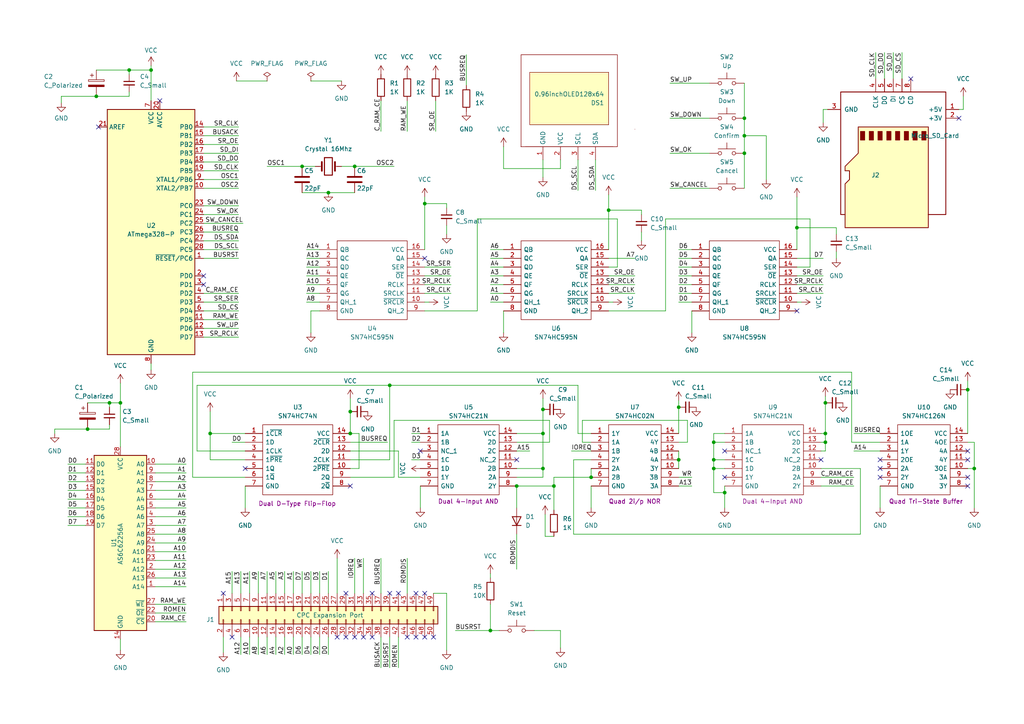
<source format=kicad_sch>
(kicad_sch (version 20211123) (generator eeschema)
  (paper "A4")
  (title_block (title "CPC6128 ROM Board") (rev "1") (company "Yet Another Pebble"))
  (junction (at 210.185 142.875))
  (junction (at 215.9 44.45))
  (junction (at 27.94 27.94))
  (junction (at 160.655 140.97))
  (junction (at 157.48 118.745))
  (junction (at 239.395 128.27))
  (junction (at 102.87 48.26))
  (junction (at 60.96 125.73))
  (junction (at 176.53 60.96))
  (junction (at 142.24 182.88))
  (junction (at 34.925 116.84))
  (junction (at 157.48 125.73))
  (junction (at 113.03 111.76))
  (junction (at 207.01 128.27))
  (junction (at 171.45 138.43))
  (junction (at 149.86 140.97))
  (junction (at 207.01 133.35))
  (junction (at 25.4 124.46))
  (junction (at 231.14 66.04))
  (junction (at 101.6 119.38))
  (junction (at 239.395 116.84))
  (junction (at 215.9 34.29))
  (junction (at 31.75 116.84))
  (junction (at 43.815 20.32))
  (junction (at 157.48 135.89))
  (junction (at 196.85 133.35))
  (junction (at 37.465 20.32))
  (junction (at 280.67 113.03))
  (junction (at 95.25 55.88))
  (junction (at 101.6 125.73))
  (junction (at 239.395 125.73))
  (junction (at 215.9 39.37))
  (junction (at 87.63 48.26))
  (junction (at 282.575 135.89))
  (junction (at 123.19 59.055))
  (junction (at 196.85 118.11))
  (junction (at 207.01 135.89))
  (no_connect (at 67.31 184.785))
  (no_connect (at 121.92 130.81))
  (no_connect (at 118.11 184.785))
  (no_connect (at 120.65 184.785))
  (no_connect (at 123.19 184.785))
  (no_connect (at 125.73 184.785))
  (no_connect (at 107.95 172.085))
  (no_connect (at 107.95 184.785))
  (no_connect (at 105.41 184.785))
  (no_connect (at 102.87 184.785))
  (no_connect (at 100.33 184.785))
  (no_connect (at 100.33 172.085))
  (no_connect (at 113.03 172.085))
  (no_connect (at 115.57 172.085))
  (no_connect (at 120.65 172.085))
  (no_connect (at 123.19 172.085))
  (no_connect (at 264.16 22.86))
  (no_connect (at 231.14 90.17))
  (no_connect (at 149.86 133.35))
  (no_connect (at 28.575 36.83))
  (no_connect (at 46.355 29.21))
  (no_connect (at 210.185 138.43))
  (no_connect (at 210.185 130.81))
  (no_connect (at 255.27 138.43))
  (no_connect (at 238.125 133.35))
  (no_connect (at 255.27 135.89))
  (no_connect (at 255.27 133.35))
  (no_connect (at 280.67 130.81))
  (no_connect (at 280.67 138.43))
  (no_connect (at 280.67 140.97))
  (no_connect (at 280.67 133.35))
  (no_connect (at 71.12 135.89))
  (no_connect (at 101.6 140.97))
  (no_connect (at 123.19 74.93))
  (no_connect (at 59.055 82.55))
  (no_connect (at 64.77 172.085))
  (no_connect (at 278.13 34.29))
  (no_connect (at 59.055 80.01))
  (no_connect (at 97.79 184.785))
  (wire (pts (xy 119.38 125.73) (xy 121.92 125.73)))
  (wire (pts (xy 129.54 172.085) (xy 129.54 188.595)))
  (wire (pts (xy 157.48 135.89) (xy 157.48 125.73)))
  (wire (pts (xy 60.96 119.38) (xy 60.96 125.73)))
  (wire (pts (xy 43.815 19.05) (xy 43.815 20.32)))
  (wire (pts (xy 123.19 87.63) (xy 124.46 87.63)))
  (wire (pts (xy 196.85 77.47) (xy 200.66 77.47)))
  (wire (pts (xy 157.48 125.73) (xy 157.48 118.745)))
  (wire (pts (xy 238.76 82.55) (xy 231.14 82.55)))
  (wire (pts (xy 222.25 39.37) (xy 222.25 52.07)))
  (wire (pts (xy 282.575 135.89) (xy 282.575 147.32)))
  (wire (pts (xy 196.85 133.35) (xy 196.85 135.89)))
  (wire (pts (xy 207.01 133.35) (xy 210.185 133.35)))
  (wire (pts (xy 126.365 29.21) (xy 126.365 38.1)))
  (wire (pts (xy 207.01 133.35) (xy 207.01 135.89)))
  (wire (pts (xy 101.6 128.27) (xy 112.395 128.27)))
  (wire (pts (xy 92.71 90.17) (xy 90.17 90.17)))
  (wire (pts (xy 168.91 128.27) (xy 168.91 121.92)))
  (wire (pts (xy 196.85 118.11) (xy 196.85 125.73)))
  (wire (pts (xy 231.14 57.15) (xy 231.14 66.04)))
  (wire (pts (xy 59.055 97.79) (xy 69.215 97.79)))
  (wire (pts (xy 67.31 172.085) (xy 67.31 165.735)))
  (wire (pts (xy 59.055 36.83) (xy 69.215 36.83)))
  (wire (pts (xy 186.055 62.23) (xy 186.055 60.96)))
  (wire (pts (xy 88.9 77.47) (xy 92.71 77.47)))
  (wire (pts (xy 238.76 80.01) (xy 231.14 80.01)))
  (wire (pts (xy 157.48 46.355) (xy 157.48 51.435)))
  (wire (pts (xy 130.81 82.55) (xy 123.19 82.55)))
  (wire (pts (xy 231.14 87.63) (xy 232.41 87.63)))
  (wire (pts (xy 149.86 140.97) (xy 160.655 140.97)))
  (wire (pts (xy 69.85 189.865) (xy 69.85 184.785)))
  (wire (pts (xy 45.085 160.02) (xy 53.975 160.02)))
  (wire (pts (xy 45.085 165.1) (xy 53.975 165.1)))
  (wire (pts (xy 279.4 27.94) (xy 279.4 31.75)))
  (wire (pts (xy 184.15 85.09) (xy 176.53 85.09)))
  (wire (pts (xy 59.055 39.37) (xy 69.215 39.37)))
  (wire (pts (xy 123.19 57.15) (xy 123.19 59.055)))
  (wire (pts (xy 101.6 119.38) (xy 101.6 125.73)))
  (wire (pts (xy 193.04 90.17) (xy 193.04 63.5)))
  (wire (pts (xy 25.4 116.84) (xy 31.75 116.84)))
  (wire (pts (xy 101.6 138.43) (xy 114.3 138.43)))
  (wire (pts (xy 249.555 154.94) (xy 249.555 135.89)))
  (wire (pts (xy 71.12 138.43) (xy 55.88 138.43)))
  (wire (pts (xy 37.465 20.32) (xy 43.815 20.32)))
  (wire (pts (xy 90.17 90.17) (xy 90.17 96.52)))
  (wire (pts (xy 59.055 49.53) (xy 69.215 49.53)))
  (wire (pts (xy 59.055 69.85) (xy 69.215 69.85)))
  (wire (pts (xy 114.3 121.92) (xy 159.385 121.92)))
  (wire (pts (xy 19.685 134.62) (xy 24.765 134.62)))
  (wire (pts (xy 207.01 125.73) (xy 207.01 128.27)))
  (wire (pts (xy 55.88 107.95) (xy 247.015 107.95)))
  (wire (pts (xy 142.24 80.01) (xy 146.05 80.01)))
  (wire (pts (xy 130.81 77.47) (xy 123.19 77.47)))
  (wire (pts (xy 239.395 125.73) (xy 239.395 128.27)))
  (wire (pts (xy 74.93 189.865) (xy 74.93 184.785)))
  (wire (pts (xy 102.87 172.085) (xy 102.87 161.925)))
  (wire (pts (xy 110.49 193.675) (xy 110.49 184.785)))
  (wire (pts (xy 88.9 72.39) (xy 92.71 72.39)))
  (wire (pts (xy 60.96 125.73) (xy 60.96 133.35)))
  (wire (pts (xy 171.45 128.27) (xy 168.91 128.27)))
  (wire (pts (xy 97.79 172.085) (xy 97.79 161.925)))
  (wire (pts (xy 99.06 48.26) (xy 102.87 48.26)))
  (wire (pts (xy 27.94 20.32) (xy 37.465 20.32)))
  (wire (pts (xy 59.055 85.09) (xy 69.215 85.09)))
  (wire (pts (xy 142.24 166.37) (xy 142.24 167.64)))
  (wire (pts (xy 101.6 125.73) (xy 104.14 125.73)))
  (wire (pts (xy 196.85 85.09) (xy 200.66 85.09)))
  (wire (pts (xy 27.94 27.94) (xy 17.78 27.94)))
  (wire (pts (xy 254 15.24) (xy 254 22.86)))
  (wire (pts (xy 80.01 189.865) (xy 80.01 184.785)))
  (wire (pts (xy 123.19 90.17) (xy 138.43 90.17)))
  (wire (pts (xy 234.95 63.5) (xy 234.95 77.47)))
  (wire (pts (xy 142.24 82.55) (xy 146.05 82.55)))
  (wire (pts (xy 149.86 130.81) (xy 153.67 130.81)))
  (wire (pts (xy 19.685 139.7) (xy 24.765 139.7)))
  (wire (pts (xy 160.655 138.43) (xy 160.655 140.97)))
  (wire (pts (xy 179.07 77.47) (xy 176.53 77.47)))
  (wire (pts (xy 45.085 154.94) (xy 53.975 154.94)))
  (wire (pts (xy 34.925 185.42) (xy 34.925 188.595)))
  (wire (pts (xy 247.65 140.97) (xy 238.125 140.97)))
  (wire (pts (xy 255.27 140.97) (xy 255.27 147.32)))
  (wire (pts (xy 115.57 138.43) (xy 115.57 130.81)))
  (wire (pts (xy 90.17 23.495) (xy 99.06 23.495)))
  (wire (pts (xy 57.15 130.81) (xy 57.15 111.76)))
  (wire (pts (xy 31.75 116.84) (xy 34.925 116.84)))
  (wire (pts (xy 88.9 82.55) (xy 92.71 82.55)))
  (wire (pts (xy 167.64 46.355) (xy 167.64 55.245)))
  (wire (pts (xy 34.925 111.125) (xy 34.925 116.84)))
  (wire (pts (xy 166.37 154.94) (xy 249.555 154.94)))
  (wire (pts (xy 59.055 46.99) (xy 69.215 46.99)))
  (wire (pts (xy 142.24 72.39) (xy 146.05 72.39)))
  (wire (pts (xy 142.24 77.47) (xy 146.05 77.47)))
  (wire (pts (xy 71.12 140.97) (xy 71.12 147.32)))
  (wire (pts (xy 129.54 65.405) (xy 129.54 67.945)))
  (wire (pts (xy 105.41 172.085) (xy 105.41 161.925)))
  (wire (pts (xy 113.03 193.675) (xy 113.03 184.785)))
  (wire (pts (xy 165.735 130.81) (xy 171.45 130.81)))
  (wire (pts (xy 238.125 135.89) (xy 249.555 135.89)))
  (wire (pts (xy 196.85 80.01) (xy 200.66 80.01)))
  (wire (pts (xy 59.055 59.69) (xy 69.215 59.69)))
  (wire (pts (xy 113.03 133.35) (xy 113.03 111.76)))
  (wire (pts (xy 146.05 42.545) (xy 146.05 48.895)))
  (wire (pts (xy 45.085 142.24) (xy 53.975 142.24)))
  (wire (pts (xy 34.925 116.84) (xy 34.925 129.54)))
  (wire (pts (xy 162.56 48.895) (xy 146.05 48.895)))
  (wire (pts (xy 176.53 60.96) (xy 176.53 72.39)))
  (wire (pts (xy 45.085 152.4) (xy 53.975 152.4)))
  (wire (pts (xy 149.86 125.73) (xy 157.48 125.73)))
  (wire (pts (xy 110.49 172.085) (xy 110.49 161.925)))
  (wire (pts (xy 142.24 87.63) (xy 146.05 87.63)))
  (wire (pts (xy 129.54 60.325) (xy 129.54 59.055)))
  (wire (pts (xy 149.86 128.27) (xy 159.385 128.27)))
  (wire (pts (xy 19.685 147.32) (xy 24.765 147.32)))
  (wire (pts (xy 176.53 60.96) (xy 186.055 60.96)))
  (wire (pts (xy 60.96 125.73) (xy 71.12 125.73)))
  (wire (pts (xy 59.055 90.17) (xy 69.215 90.17)))
  (wire (pts (xy 138.43 90.17) (xy 138.43 63.5)))
  (wire (pts (xy 45.085 149.86) (xy 53.975 149.86)))
  (wire (pts (xy 82.55 172.085) (xy 82.55 165.735)))
  (wire (pts (xy 149.86 154.94) (xy 149.86 165.1)))
  (wire (pts (xy 238.125 128.27) (xy 239.395 128.27)))
  (wire (pts (xy 19.685 137.16) (xy 24.765 137.16)))
  (wire (pts (xy 115.57 130.81) (xy 101.6 130.81)))
  (wire (pts (xy 59.055 95.25) (xy 69.215 95.25)))
  (wire (pts (xy 157.48 118.745) (xy 157.48 115.57)))
  (wire (pts (xy 280.67 128.27) (xy 282.575 128.27)))
  (wire (pts (xy 231.14 77.47) (xy 234.95 77.47)))
  (wire (pts (xy 196.85 87.63) (xy 200.66 87.63)))
  (wire (pts (xy 59.055 44.45) (xy 69.215 44.45)))
  (wire (pts (xy 37.465 20.32) (xy 37.465 21.59)))
  (wire (pts (xy 88.9 74.93) (xy 92.71 74.93)))
  (wire (pts (xy 162.56 46.355) (xy 162.56 48.895)))
  (wire (pts (xy 45.085 180.34) (xy 53.975 180.34)))
  (wire (pts (xy 207.01 142.875) (xy 210.185 142.875)))
  (wire (pts (xy 90.17 172.085) (xy 90.17 165.735)))
  (wire (pts (xy 37.465 27.94) (xy 27.94 27.94)))
  (wire (pts (xy 160.655 147.955) (xy 160.655 140.97)))
  (wire (pts (xy 200.66 90.17) (xy 200.66 96.52)))
  (wire (pts (xy 45.085 175.26) (xy 53.975 175.26)))
  (wire (pts (xy 157.48 138.43) (xy 157.48 135.89)))
  (wire (pts (xy 118.11 29.21) (xy 118.11 38.1)))
  (wire (pts (xy 130.81 80.01) (xy 123.19 80.01)))
  (wire (pts (xy 59.055 67.31) (xy 69.215 67.31)))
  (wire (pts (xy 69.85 172.085) (xy 69.85 165.735)))
  (wire (pts (xy 239.395 114.935) (xy 239.395 116.84)))
  (wire (pts (xy 158.115 155.575) (xy 160.655 155.575)))
  (wire (pts (xy 31.75 124.46) (xy 25.4 124.46)))
  (wire (pts (xy 194.31 44.45) (xy 205.74 44.45)))
  (wire (pts (xy 171.45 133.35) (xy 166.37 133.35)))
  (wire (pts (xy 15.875 125.73) (xy 15.875 124.46)))
  (wire (pts (xy 167.64 111.76) (xy 167.64 125.73)))
  (wire (pts (xy 160.655 138.43) (xy 171.45 138.43)))
  (wire (pts (xy 215.9 44.45) (xy 215.9 54.61)))
  (wire (pts (xy 74.93 172.085) (xy 74.93 165.735)))
  (wire (pts (xy 149.86 140.97) (xy 149.86 147.32)))
  (wire (pts (xy 280.67 113.03) (xy 280.67 125.73)))
  (wire (pts (xy 125.73 172.085) (xy 129.54 172.085)))
  (wire (pts (xy 59.055 92.71) (xy 69.215 92.71)))
  (wire (pts (xy 261.62 15.24) (xy 261.62 22.86)))
  (wire (pts (xy 238.125 125.73) (xy 239.395 125.73)))
  (wire (pts (xy 138.43 63.5) (xy 179.07 63.5)))
  (wire (pts (xy 194.31 34.29) (xy 205.74 34.29)))
  (wire (pts (xy 88.9 85.09) (xy 92.71 85.09)))
  (wire (pts (xy 176.53 87.63) (xy 177.8 87.63)))
  (wire (pts (xy 142.24 175.26) (xy 142.24 182.88)))
  (wire (pts (xy 194.31 54.61) (xy 205.74 54.61)))
  (wire (pts (xy 37.465 26.67) (xy 37.465 27.94)))
  (wire (pts (xy 149.86 138.43) (xy 157.48 138.43)))
  (wire (pts (xy 121.92 138.43) (xy 115.57 138.43)))
  (wire (pts (xy 256.54 15.24) (xy 256.54 22.86)))
  (wire (pts (xy 123.19 59.055) (xy 129.54 59.055)))
  (wire (pts (xy 55.88 138.43) (xy 55.88 107.95)))
  (wire (pts (xy 45.085 157.48) (xy 53.975 157.48)))
  (wire (pts (xy 82.55 189.865) (xy 82.55 184.785)))
  (wire (pts (xy 196.85 74.93) (xy 200.66 74.93)))
  (wire (pts (xy 184.15 80.01) (xy 176.53 80.01)))
  (wire (pts (xy 207.01 135.89) (xy 210.185 135.89)))
  (wire (pts (xy 19.685 142.24) (xy 24.765 142.24)))
  (wire (pts (xy 199.39 121.92) (xy 199.39 128.27)))
  (wire (pts (xy 59.055 74.93) (xy 69.215 74.93)))
  (wire (pts (xy 87.63 55.88) (xy 95.25 55.88)))
  (wire (pts (xy 119.38 133.35) (xy 121.92 133.35)))
  (wire (pts (xy 59.055 41.91) (xy 69.215 41.91)))
  (wire (pts (xy 95.25 189.865) (xy 95.25 184.785)))
  (wire (pts (xy 77.47 189.865) (xy 77.47 184.785)))
  (wire (pts (xy 123.19 59.055) (xy 123.19 72.39)))
  (wire (pts (xy 207.01 135.89) (xy 207.01 142.875)))
  (wire (pts (xy 95.25 55.88) (xy 102.87 55.88)))
  (wire (pts (xy 247.65 130.81) (xy 255.27 130.81)))
  (wire (pts (xy 196.85 140.97) (xy 200.66 140.97)))
  (wire (pts (xy 45.085 134.62) (xy 53.975 134.62)))
  (wire (pts (xy 85.09 189.865) (xy 85.09 184.785)))
  (wire (pts (xy 184.15 82.55) (xy 176.53 82.55)))
  (wire (pts (xy 172.72 46.355) (xy 172.72 55.245)))
  (wire (pts (xy 95.25 172.085) (xy 95.25 165.735)))
  (wire (pts (xy 19.685 149.86) (xy 24.765 149.86)))
  (wire (pts (xy 118.11 172.085) (xy 118.11 161.925)))
  (wire (pts (xy 167.64 125.73) (xy 171.45 125.73)))
  (wire (pts (xy 115.57 193.675) (xy 115.57 184.785)))
  (wire (pts (xy 71.12 133.35) (xy 60.96 133.35)))
  (wire (pts (xy 45.085 137.16) (xy 53.975 137.16)))
  (wire (pts (xy 59.055 87.63) (xy 69.215 87.63)))
  (wire (pts (xy 247.015 128.27) (xy 255.27 128.27)))
  (wire (pts (xy 194.31 24.13) (xy 205.74 24.13)))
  (wire (pts (xy 207.01 128.27) (xy 207.01 133.35)))
  (wire (pts (xy 193.04 63.5) (xy 234.95 63.5)))
  (wire (pts (xy 196.85 138.43) (xy 200.66 138.43)))
  (wire (pts (xy 247.65 125.73) (xy 255.27 125.73)))
  (wire (pts (xy 247.015 107.95) (xy 247.015 128.27)))
  (wire (pts (xy 186.055 67.31) (xy 186.055 69.85)))
  (wire (pts (xy 92.71 172.085) (xy 92.71 165.735)))
  (wire (pts (xy 242.57 67.945) (xy 242.57 66.04)))
  (wire (pts (xy 238.125 138.43) (xy 247.65 138.43)))
  (wire (pts (xy 77.47 23.495) (xy 68.58 23.495)))
  (wire (pts (xy 64.77 184.785) (xy 64.77 189.23)))
  (wire (pts (xy 171.45 140.97) (xy 171.45 147.32)))
  (wire (pts (xy 31.75 123.19) (xy 31.75 124.46)))
  (wire (pts (xy 85.09 172.085) (xy 85.09 165.735)))
  (wire (pts (xy 142.24 85.09) (xy 146.05 85.09)))
  (wire (pts (xy 176.53 56.515) (xy 176.53 60.96)))
  (wire (pts (xy 239.395 130.81) (xy 239.395 128.27)))
  (wire (pts (xy 130.81 85.09) (xy 123.19 85.09)))
  (wire (pts (xy 215.9 39.37) (xy 215.9 44.45)))
  (wire (pts (xy 238.76 31.75) (xy 238.76 35.56)))
  (wire (pts (xy 19.685 152.4) (xy 24.765 152.4)))
  (wire (pts (xy 121.92 140.97) (xy 121.92 147.32)))
  (wire (pts (xy 162.56 182.88) (xy 162.56 187.96)))
  (wire (pts (xy 92.71 189.865) (xy 92.71 184.785)))
  (wire (pts (xy 87.63 172.085) (xy 87.63 165.735)))
  (wire (pts (xy 59.055 72.39) (xy 69.215 72.39)))
  (wire (pts (xy 280.67 135.89) (xy 282.575 135.89)))
  (wire (pts (xy 90.17 189.865) (xy 90.17 184.785)))
  (wire (pts (xy 231.14 66.04) (xy 231.14 72.39)))
  (wire (pts (xy 196.85 72.39) (xy 200.66 72.39)))
  (wire (pts (xy 238.125 130.81) (xy 239.395 130.81)))
  (wire (pts (xy 215.9 34.29) (xy 215.9 39.37)))
  (wire (pts (xy 59.055 62.23) (xy 69.215 62.23)))
  (wire (pts (xy 259.08 15.24) (xy 259.08 22.86)))
  (wire (pts (xy 158.115 149.225) (xy 158.115 155.575)))
  (wire (pts (xy 45.085 177.8) (xy 53.975 177.8)))
  (wire (pts (xy 242.57 73.025) (xy 242.57 74.93)))
  (wire (pts (xy 101.6 135.89) (xy 104.14 135.89)))
  (wire (pts (xy 45.085 167.64) (xy 53.975 167.64)))
  (wire (pts (xy 239.395 116.84) (xy 239.395 125.73)))
  (wire (pts (xy 166.37 133.35) (xy 166.37 154.94)))
  (wire (pts (xy 240.03 31.75) (xy 238.76 31.75)))
  (wire (pts (xy 282.575 128.27) (xy 282.575 135.89)))
  (wire (pts (xy 132.08 182.88) (xy 142.24 182.88)))
  (wire (pts (xy 196.85 116.205) (xy 196.85 118.11)))
  (wire (pts (xy 101.6 133.35) (xy 113.03 133.35)))
  (wire (pts (xy 19.685 144.78) (xy 24.765 144.78)))
  (wire (pts (xy 159.385 121.92) (xy 159.385 128.27)))
  (wire (pts (xy 113.03 111.76) (xy 167.64 111.76)))
  (wire (pts (xy 31.75 116.84) (xy 31.75 118.11)))
  (wire (pts (xy 207.01 128.27) (xy 210.185 128.27)))
  (wire (pts (xy 210.185 142.875) (xy 210.185 147.32)))
  (wire (pts (xy 104.14 135.89) (xy 104.14 125.73)))
  (wire (pts (xy 110.49 29.21) (xy 110.49 38.1)))
  (wire (pts (xy 179.07 63.5) (xy 179.07 77.47)))
  (wire (pts (xy 77.47 172.085) (xy 77.47 165.735)))
  (wire (pts (xy 17.78 27.94) (xy 17.78 29.845)))
  (wire (pts (xy 168.91 121.92) (xy 199.39 121.92)))
  (wire (pts (xy 135.255 15.875) (xy 135.255 24.765)))
  (wire (pts (xy 146.05 90.17) (xy 146.05 96.52)))
  (wire (pts (xy 196.85 128.27) (xy 199.39 128.27)))
  (wire (pts (xy 45.085 147.32) (xy 53.975 147.32)))
  (wire (pts (xy 210.185 140.97) (xy 210.185 142.875)))
  (wire (pts (xy 171.45 135.89) (xy 171.45 138.43)))
  (wire (pts (xy 45.085 144.78) (xy 53.975 144.78)))
  (wire (pts (xy 101.6 115.57) (xy 101.6 119.38)))
  (wire (pts (xy 196.85 82.55) (xy 200.66 82.55)))
  (wire (pts (xy 238.76 85.09) (xy 231.14 85.09)))
  (wire (pts (xy 45.085 170.18) (xy 53.975 170.18)))
  (wire (pts (xy 119.38 128.27) (xy 121.92 128.27)))
  (wire (pts (xy 72.39 172.085) (xy 72.39 165.735)))
  (wire (pts (xy 77.47 48.26) (xy 87.63 48.26)))
  (wire (pts (xy 71.12 130.81) (xy 57.15 130.81)))
  (wire (pts (xy 67.31 128.27) (xy 71.12 128.27)))
  (wire (pts (xy 72.39 189.865) (xy 72.39 184.785)))
  (wire (pts (xy 278.13 31.75) (xy 279.4 31.75)))
  (wire (pts (xy 88.9 80.01) (xy 92.71 80.01)))
  (wire (pts (xy 176.53 74.93) (xy 184.15 74.93)))
  (wire (pts (xy 114.3 138.43) (xy 114.3 121.92)))
  (wire (pts (xy 80.01 172.085) (xy 80.01 165.735)))
  (wire (pts (xy 280.67 110.49) (xy 280.67 113.03)))
  (wire (pts (xy 142.24 74.93) (xy 146.05 74.93)))
  (wire (pts (xy 45.085 139.7) (xy 53.975 139.7)))
  (wire (pts (xy 87.63 189.865) (xy 87.63 184.785)))
  (wire (pts (xy 231.14 74.93) (xy 238.76 74.93)))
  (wire (pts (xy 176.53 90.17) (xy 193.04 90.17)))
  (wire (pts (xy 88.9 87.63) (xy 92.71 87.63)))
  (wire (pts (xy 59.055 54.61) (xy 69.215 54.61)))
  (wire (pts (xy 45.085 162.56) (xy 53.975 162.56)))
  (wire (pts (xy 210.185 125.73) (xy 207.01 125.73)))
  (wire (pts (xy 215.9 24.13) (xy 215.9 34.29)))
  (wire (pts (xy 43.815 20.32) (xy 43.815 29.21)))
  (wire (pts (xy 59.055 52.07) (xy 69.215 52.07)))
  (wire (pts (xy 222.25 39.37) (xy 215.9 39.37)))
  (wire (pts (xy 70.485 64.77) (xy 59.055 64.77)))
  (wire (pts (xy 196.85 130.81) (xy 196.85 133.35)))
  (wire (pts (xy 102.87 48.26) (xy 114.3 48.26)))
  (wire (pts (xy 43.815 105.41) (xy 43.815 107.315)))
  (wire (pts (xy 57.15 111.76) (xy 113.03 111.76)))
  (wire (pts (xy 87.63 48.26) (xy 91.44 48.26)))
  (wire (pts (xy 142.24 182.88) (xy 144.78 182.88)))
  (wire (pts (xy 242.57 66.04) (xy 231.14 66.04)))
  (wire (pts (xy 149.86 135.89) (xy 157.48 135.89)))
  (wire (pts (xy 154.94 182.88) (xy 162.56 182.88)))
  (wire (pts (xy 15.875 124.46) (xy 25.4 124.46)))
  (label "WR" (at 200.66 138.43 180))
  (label "SR_CLK" (at 130.81 85.09 180))
  (label "D5" (at 90.17 165.735 270))
  (label "A5" (at 142.24 74.93 0))
  (label "A14" (at 53.975 170.18 180))
  (label "A8" (at 53.975 154.94 180))
  (label "BUSREQ" (at 247.65 125.73 0))
  (label "A1" (at 53.975 137.16 180))
  (label "D0" (at 19.685 134.62 0))
  (label "A14" (at 88.9 72.39 0))
  (label "D4" (at 196.85 77.47 0))
  (label "A3" (at 142.24 80.01 0))
  (label "IOREQ" (at 165.735 130.81 0))
  (label "A6" (at 142.24 72.39 0))
  (label "DS_SDA" (at 172.72 55.245 90))
  (label "A7" (at 184.15 74.93 180))
  (label "D3" (at 19.685 142.24 0))
  (label "D0" (at 95.25 189.865 90))
  (label "D6" (at 87.63 189.865 90))
  (label "D6" (at 196.85 72.39 0))
  (label "SR_CLK" (at 184.15 85.09 180))
  (label "A7" (at 77.47 165.735 270))
  (label "SD_DI" (at 69.215 44.45 180))
  (label "SD_DO" (at 256.54 15.24 270))
  (label "A10" (at 88.9 82.55 0))
  (label "D6" (at 19.685 149.86 0))
  (label "A10" (at 53.975 160.02 180))
  (label "A2" (at 53.975 139.7 180))
  (label "D1" (at 95.25 165.735 270))
  (label "A5" (at 53.975 147.32 180))
  (label "D1" (at 119.38 125.73 0))
  (label "A3" (at 53.975 142.24 180))
  (label "SR_OE" (at 130.81 80.01 180))
  (label "SR_OE" (at 69.215 41.91 180))
  (label "RAM_WE" (at 118.11 38.1 90))
  (label "C_RAM_CE" (at 247.65 138.43 180))
  (label "SR_RCLK" (at 238.76 82.55 180))
  (label "D5" (at 196.85 74.93 0))
  (label "D4" (at 90.17 189.865 90))
  (label "ROMDIS" (at 118.11 161.925 270))
  (label "D3" (at 196.85 80.01 0))
  (label "A1" (at 142.24 85.09 0))
  (label "SR_SER" (at 130.81 77.47 180))
  (label "SD_CLK" (at 69.215 49.53 180))
  (label "D5" (at 19.685 147.32 0))
  (label "D1" (at 196.85 85.09 0))
  (label "A8" (at 74.93 189.865 90))
  (label "D7" (at 238.76 74.93 180))
  (label "SD_DO" (at 69.215 46.99 180))
  (label "D7" (at 87.63 165.735 270))
  (label "A13" (at 88.9 74.93 0))
  (label "A0" (at 85.09 189.865 90))
  (label "BUSREQ" (at 135.255 15.875 270))
  (label "ROMEN" (at 115.57 193.675 90))
  (label "SW_CANCEL" (at 70.485 64.77 180))
  (label "A7" (at 53.975 152.4 180))
  (label "D2" (at 92.71 189.865 90))
  (label "D7" (at 19.685 152.4 0))
  (label "A15" (at 153.67 130.81 180))
  (label "SR_RCLK" (at 69.215 97.79 180))
  (label "SW_UP" (at 194.31 24.13 0))
  (label "A11" (at 72.39 165.735 270))
  (label "SW_OK" (at 69.215 62.23 180))
  (label "D4" (at 19.685 144.78 0))
  (label "SR_OE" (at 126.365 38.1 90))
  (label "A11" (at 88.9 80.01 0))
  (label "SR_OE" (at 238.76 80.01 180))
  (label "RAM_CE" (at 247.65 140.97 180))
  (label "D2" (at 196.85 82.55 0))
  (label "SR_OE" (at 184.15 80.01 180))
  (label "A4" (at 80.01 189.865 90))
  (label "SW_UP" (at 69.215 95.25 180))
  (label "DS_SDA" (at 69.215 69.85 180))
  (label "A2" (at 142.24 82.55 0))
  (label "BUSACK" (at 110.49 193.675 90))
  (label "SR_CLK" (at 69.215 36.83 180))
  (label "OSC1" (at 77.47 48.26 0))
  (label "SW_OK" (at 194.31 44.45 0))
  (label "A6" (at 53.975 149.86 180))
  (label "SR_RCLK" (at 130.81 82.55 180))
  (label "A4" (at 53.975 144.78 180))
  (label "SD_CLK" (at 254 15.24 270))
  (label "A8" (at 88.9 87.63 0))
  (label "D0" (at 196.85 87.63 0))
  (label "BUSREQ" (at 69.215 67.31 180))
  (label "D1" (at 19.685 137.16 0))
  (label "OSC2" (at 114.3 48.26 180))
  (label "D0" (at 67.31 128.27 0))
  (label "BUSACK" (at 69.215 39.37 180))
  (label "OSC2" (at 69.215 54.61 180))
  (label "SD_CS" (at 261.62 15.24 270))
  (label "D2" (at 19.685 139.7 0))
  (label "D3" (at 119.38 133.35 0))
  (label "ROMDIS" (at 149.86 163.83 90))
  (label "A13" (at 53.975 167.64 180))
  (label "BUSREQ" (at 112.395 128.27 180))
  (label "A12" (at 88.9 77.47 0))
  (label "A0" (at 53.975 134.62 180))
  (label "A13" (at 69.85 165.735 270))
  (label "A13" (at 200.66 140.97 180))
  (label "SD_CS" (at 69.215 90.17 180))
  (label "A15" (at 67.31 165.735 270))
  (label "A14" (at 247.65 130.81 0))
  (label "SW_DOWN" (at 69.215 59.69 180))
  (label "WR" (at 105.41 161.925 270))
  (label "RAM_WE" (at 69.215 92.71 180))
  (label "RAM_WE" (at 53.975 175.26 180))
  (label "BUSREQ" (at 110.49 161.925 270))
  (label "A11" (at 53.975 162.56 180))
  (label "A9" (at 53.975 157.48 180))
  (label "A1" (at 85.09 165.735 270))
  (label "SD_DI" (at 259.08 15.24 270))
  (label "ROMEN" (at 53.975 177.8 180))
  (label "DS_SCL" (at 69.215 72.39 180))
  (label "SR_CLK" (at 238.76 85.09 180))
  (label "A9" (at 88.9 85.09 0))
  (label "D3" (at 92.71 165.735 270))
  (label "A3" (at 82.55 165.735 270))
  (label "A12" (at 69.85 189.865 90))
  (label "C_RAM_CE" (at 110.49 38.1 90))
  (label "A4" (at 142.24 77.47 0))
  (label "BUSRST" (at 132.08 182.88 0))
  (label "SR_RCLK" (at 184.15 82.55 180))
  (label "A2" (at 82.55 189.865 90))
  (label "A6" (at 77.47 189.865 90))
  (label "DS_SCL" (at 167.64 55.245 90))
  (label "BUSRST" (at 69.215 74.93 180))
  (label "A0" (at 142.24 87.63 0))
  (label "SW_DOWN" (at 194.31 34.29 0))
  (label "A12" (at 53.975 165.1 180))
  (label "SR_SER" (at 69.215 87.63 180))
  (label "A9" (at 74.93 165.735 270))
  (label "C_RAM_CE" (at 69.215 85.09 180))
  (label "OSC1" (at 69.215 52.07 180))
  (label "RAM_CE" (at 53.975 180.34 180))
  (label "IOREQ" (at 102.87 161.925 270))
  (label "D2" (at 119.38 128.27 0))
  (label "SW_CANCEL" (at 194.31 54.61 0))
  (label "BUSRST" (at 113.03 193.675 90))
  (label "A5" (at 80.01 165.735 270))
  (label "A10" (at 72.39 189.865 90))
  (symbol (lib_id "power:GND") (at 222.25 52.07 0) (unit 1)
    (property "Reference" "#PWR042" (effects hide))
    (property "Value" "GND" (at 222.25 57.15 0))
  )
  (symbol (lib_id "Device:R") (at 126.365 25.4 0) (unit 1)
    (property "Reference" "R3" (at 128.905 24.1299 0) (effects (justify left)))
    (property "Value" "1K" (at 128.905 26.6699 0) (effects (justify left)))
    (property "Footprint" "Resistor_THT:R_Axial_DIN0207_L6.3mm_D2.5mm_P7.62mm_Horizontal" (effects hide))
  )
  (symbol (lib_id "SN74HC595N:SN74HC595N") (at 146.05 72.39 0) (unit 1)
    (property "Reference" "U6" (at 161.29 95.25 0))
    (property "Value" "SN74HC595N" (at 161.29 97.79 0))
    (property "Footprint" "Package_DIP:DIP-16_W7.62mm_Socket" (effects hide))
    (property "Datasheet" "http://www.ti.com/lit/ds/symlink/sn74hc595.pdf" (effects hide))
    (property "Description" "8-Bit Shift Registers With 3-State Output Registers" (effects hide))
    (property "Height" "5.08" (effects hide))
    (property "Manufacturer_Name" "Texas Instruments" (effects hide))
    (property "Manufacturer_Part_Number" "SN74HC595N" (effects hide))
    (property "Mouser Part Number" "595-SN74HC595N" (effects hide))
    (property "Mouser Price/Stock" "https://www.mouser.co.uk/ProductDetail/Texas-Instruments/SN74HC595N?qs=IEl3ej0IqwBTHkYa8XPoMQ%3D%3D" (effects hide))
    (property "Arrow Part Number" "SN74HC595N" (effects hide))
    (property "Arrow Price/Stock" "https://www.arrow.com/en/products/sn74hc595n/texas-instruments?region=nac" (effects hide))
  )
  (symbol (lib_id "Device:Crystal") (at 95.25 48.26 0) (unit 1)
    (property "Reference" "Y1" (at 95.25 40.64 0))
    (property "Value" "Crystal 16Mhz" (at 95.25 43.18 0))
    (property "Footprint" "Crystal:Crystal_HC18-U_Vertical" (effects hide))
  )
  (symbol (lib_id "power:VCC") (at 196.85 116.205 0) (unit 1)
    (property "Reference" "#PWR038" (effects hide))
    (property "Value" "VCC" (at 196.85 111.125 0))
  )
  (symbol (lib_id "power:PWR_FLAG") (at 77.47 23.495 0) (unit 1)
    (property "Reference" "#FLG01" (effects hide))
    (property "Value" "PWR_FLAG" (at 77.47 18.415 0))
  )
  (symbol (lib_id "power:GND") (at 15.875 125.73 0) (unit 1)
    (property "Reference" "#PWR01" (effects hide))
    (property "Value" "GND" (at 15.875 130.81 0))
  )
  (symbol (lib_id "Device:C_Small") (at 199.39 118.11 270) (unit 1)
    (property "Reference" "C11" (at 202.565 112.395 90))
    (property "Value" "C_Small" (at 202.565 114.935 90))
    (property "Footprint" "Capacitor_THT:C_Disc_D3.0mm_W1.6mm_P2.50mm" (effects hide))
  )
  (symbol (lib_id "power:GND") (at 34.925 188.595 0) (unit 1)
    (property "Reference" "#PWR04" (effects hide))
    (property "Value" "GND" (at 34.925 193.675 0))
  )
  (symbol (lib_id "power:VCC") (at 34.925 111.125 0) (unit 1)
    (property "Reference" "#PWR03" (effects hide))
    (property "Value" "VCC" (at 34.925 106.045 0))
  )
  (symbol (lib_id "SN74HC126N:SN74HC126N") (at 255.27 125.73 0) (unit 1)
    (property "Reference" "U10" (at 267.97 118.11 0))
    (property "Value" "SN74HC126N" (at 267.97 120.65 0))
    (property "Footprint" "Package_DIP:DIP-14_W7.62mm_Socket" (effects hide))
    (property "Datasheet" "http://www.ti.com/lit/gpn/sn74hc126" (effects hide))
    (property "Description" "Quad Tri-State Buffer" (at 257.81 145.415 0) (effects (justify left)))
    (property "Height" "5.08" (effects hide))
    (property "Manufacturer_Name" "Texas Instruments" (effects hide))
    (property "Manufacturer_Part_Number" "SN74HC126N" (effects hide))
    (property "Mouser Part Number" "595-SN74HC126N" (effects hide))
    (property "Mouser Price/Stock" "https://www.mouser.co.uk/ProductDetail/Texas-Instruments/SN74HC126N?qs=FM6NhYOeeBUAKeBNhLTZ%252Bw%3D%3D" (effects hide))
    (property "Arrow Part Number" "SN74HC126N" (effects hide))
    (property "Arrow Price/Stock" "https://www.arrow.com/en/products/sn74hc126n/texas-instruments" (effects hide))
  )
  (symbol (lib_id "power:GND") (at 282.575 147.32 0) (unit 1)
    (property "Reference" "#PWR053" (effects hide))
    (property "Value" "GND" (at 282.575 152.4 0))
  )
  (symbol (lib_id "power:GND") (at 186.055 69.85 0) (unit 1)
    (property "Reference" "#PWR037" (effects hide))
    (property "Value" "GND" (at 186.055 74.93 0))
  )
  (symbol (lib_id "Device:C_Small") (at 186.055 64.77 0) (unit 1)
    (property "Reference" "C10" (at 188.595 63.5062 0) (effects (justify left)))
    (property "Value" "C_Small" (at 188.595 66.0462 0) (effects (justify left)))
    (property "Footprint" "Capacitor_THT:C_Disc_D3.0mm_W1.6mm_P2.50mm" (effects hide))
  )
  (symbol (lib_id "power:VCC") (at 97.79 161.925 0) (unit 1)
    (property "Reference" "#PWR012" (effects hide))
    (property "Value" "VCC" (at 97.79 156.845 0))
  )
  (symbol (lib_id "power:VCC") (at 124.46 87.63 270) (unit 1)
    (property "Reference" "#PWR022" (effects hide))
    (property "Value" "VCC" (at 129.54 87.63 0))
  )
  (symbol (lib_id "power:VCC") (at 177.8 87.63 270) (unit 1)
    (property "Reference" "#PWR036" (effects hide))
    (property "Value" "VCC" (at 182.88 87.63 0))
  )
  (symbol (lib_id "power:GND") (at 64.77 189.23 0) (mirror y) (unit 1)
    (property "Reference" "#PWR0101" (effects hide))
    (property "Value" "GND" (at 64.77 194.31 0))
  )
  (symbol (lib_id "Device:C_Small") (at 104.14 119.38 270) (unit 1)
    (property "Reference" "C7" (at 107.315 113.665 90))
    (property "Value" "C_Small" (at 107.315 116.205 90))
    (property "Footprint" "Capacitor_THT:C_Disc_D3.0mm_W1.6mm_P2.50mm" (effects hide))
  )
  (symbol (lib_id "power:GND") (at 146.05 96.52 0) (unit 1)
    (property "Reference" "#PWR028" (effects hide))
    (property "Value" "GND" (at 146.05 101.6 0))
  )
  (symbol (lib_id "Device:R") (at 142.24 171.45 0) (unit 1)
    (property "Reference" "R5" (at 137.16 170.18 0) (effects (justify left)))
    (property "Value" "10K" (at 137.16 172.72 0) (effects (justify left)))
    (property "Footprint" "Resistor_THT:R_Axial_DIN0207_L6.3mm_D2.5mm_P7.62mm_Horizontal" (effects hide))
  )
  (symbol (lib_id "power:VCC") (at 279.4 27.94 0) (unit 1)
    (property "Reference" "#PWR051" (effects hide))
    (property "Value" "VCC" (at 279.4 22.86 0))
  )
  (symbol (lib_id "Connector:Micro_SD_Card") (at 257.81 45.72 90) (mirror x) (unit 1)
    (property "Reference" "J2" (at 252.73 50.8 90) (effects (justify right)))
    (property "Value" "Micro_SD_Card" (at 264.16 39.37 90) (effects (justify right)))
    (property "Footprint" "CPC6128_ROM_BOARD:Micro_SD_Card_breakout_board" (effects hide))
    (property "Datasheet" "https://cdn-learn.adafruit.com/downloads/pdf/adafruit-micro-sd-breakout-board-card-tutorial.pdf" (effects hide))
  )
  (symbol (lib_id "power:VCC") (at 68.58 23.495 0) (unit 1)
    (property "Reference" "#PWR08" (effects hide))
    (property "Value" "VCC" (at 68.58 18.415 0))
  )
  (symbol (lib_id "power:VCC") (at 239.395 114.935 0) (unit 1)
    (property "Reference" "#PWR046" (effects hide))
    (property "Value" "VCC" (at 239.395 109.855 0))
  )
  (symbol (lib_id "Device:C_Small") (at 241.935 116.84 270) (unit 1)
    (property "Reference" "C12" (at 245.11 111.125 90))
    (property "Value" "C_Small" (at 245.11 113.665 90))
    (property "Footprint" "Capacitor_THT:C_Disc_D3.0mm_W1.6mm_P2.50mm" (effects hide))
  )
  (symbol (lib_id "power:GND") (at 95.25 55.88 0) (unit 1)
    (property "Reference" "#PWR011" (effects hide))
    (property "Value" "GND" (at 95.25 60.96 0))
  )
  (symbol (lib_id "Device:C_Polarized") (at 25.4 120.65 0) (unit 1)
    (property "Reference" "C1" (at 21.59 112.395 0) (effects (justify left)))
    (property "Value" "C_Polarized" (at 21.59 114.935 0) (effects (justify left)))
    (property "Footprint" "Capacitor_THT:CP_Radial_D4.0mm_P2.00mm" (effects hide))
  )
  (symbol (lib_id "power:GND") (at 135.255 32.385 0) (unit 1)
    (property "Reference" "#PWR025" (effects hide))
    (property "Value" "GND" (at 135.255 37.465 0))
  )
  (symbol (lib_id "Device:C_Small") (at 37.465 24.13 0) (unit 1)
    (property "Reference" "C4" (at 41.91 22.225 0))
    (property "Value" "C_Small" (at 44.45 24.765 0))
    (property "Footprint" "Capacitor_THT:C_Disc_D3.0mm_W1.6mm_P2.50mm" (effects hide))
  )
  (symbol (lib_id "Switch:SW_Push") (at 210.82 24.13 0) (unit 1)
    (property "Reference" "SW2" (at 210.82 16.51 0))
    (property "Value" "Up" (at 210.82 19.05 0))
    (property "Footprint" "Button_Switch_THT:SW_PUSH-12mm_Wuerth-430476085716" (effects hide))
  )
  (symbol (lib_id "power:GND") (at 121.92 147.32 0) (unit 1)
    (property "Reference" "#PWR019" (effects hide))
    (property "Value" "GND" (at 121.92 152.4 0))
  )
  (symbol (lib_id "power:VCC") (at 121.92 135.89 90) (mirror x) (unit 1)
    (property "Reference" "#PWR018" (effects hide))
    (property "Value" "VCC" (at 116.84 135.89 0))
  )
  (symbol (lib_id "Device:C_Small") (at 242.57 70.485 0) (unit 1)
    (property "Reference" "C13" (at 245.11 69.2212 0) (effects (justify left)))
    (property "Value" "C_Small" (at 245.11 71.7612 0) (effects (justify left)))
    (property "Footprint" "Capacitor_THT:C_Disc_D3.0mm_W1.6mm_P2.50mm" (effects hide))
  )
  (symbol (lib_id "power:GND") (at 129.54 67.945 0) (unit 1)
    (property "Reference" "#PWR024" (effects hide))
    (property "Value" "GND" (at 129.54 73.025 0))
  )
  (symbol (lib_id "power:VCC") (at 123.19 57.15 0) (unit 1)
    (property "Reference" "#PWR020" (effects hide))
    (property "Value" "VCC" (at 123.19 52.07 0))
  )
  (symbol (lib_id "power:GND") (at 210.185 147.32 0) (unit 1)
    (property "Reference" "#PWR041" (effects hide))
    (property "Value" "GND" (at 210.185 152.4 0))
  )
  (symbol (lib_id "SN74HC21N:SN74HC21N") (at 121.92 125.73 0) (unit 1)
    (property "Reference" "U5" (at 135.89 118.11 0))
    (property "Value" "SN74HC21N" (at 135.89 120.65 0))
    (property "Footprint" "Package_DIP:DIP-14_W7.62mm_Socket" (effects hide))
    (property "Datasheet" "http://www.ti.com/lit/gpn/sn74hc21" (effects hide))
    (property "Description" "Dual 4-Input AND" (at 127 145.415 0) (effects (justify left)))
    (property "Height" "5.08" (effects hide))
    (property "Manufacturer_Name" "Texas Instruments" (effects hide))
    (property "Manufacturer_Part_Number" "SN74HC21N" (effects hide))
    (property "Mouser Part Number" "595-SN74HC21N" (effects hide))
    (property "Mouser Price/Stock" "https://www.mouser.co.uk/ProductDetail/Texas-Instruments/SN74HC21N?qs=dQbkqP7qjaZ7leEjzyQUyQ%3D%3D" (effects hide))
    (property "Arrow Part Number" "SN74HC21N" (effects hide))
    (property "Arrow Price/Stock" "https://www.arrow.com/en/products/sn74hc21n/texas-instruments" (effects hide))
  )
  (symbol (lib_id "power:VCC") (at 118.11 21.59 0) (unit 1)
    (property "Reference" "#PWR017" (effects hide))
    (property "Value" "VCC" (at 118.11 16.51 0))
  )
  (symbol (lib_id "power:GND") (at 106.68 119.38 0) (unit 1)
    (property "Reference" "#PWR015" (effects hide))
    (property "Value" "GND" (at 106.68 124.46 0))
  )
  (symbol (lib_id "Device:R") (at 110.49 25.4 0) (unit 1)
    (property "Reference" "R1" (at 113.03 24.1299 0) (effects (justify left)))
    (property "Value" "1K" (at 113.03 26.6699 0) (effects (justify left)))
    (property "Footprint" "Resistor_THT:R_Axial_DIN0207_L6.3mm_D2.5mm_P7.62mm_Horizontal" (effects hide))
  )
  (symbol (lib_id "power:GND") (at 99.06 23.495 0) (unit 1)
    (property "Reference" "#PWR013" (effects hide))
    (property "Value" "GND" (at 99.06 28.575 0))
  )
  (symbol (lib_id "power:VCC") (at 126.365 21.59 0) (unit 1)
    (property "Reference" "#PWR023" (effects hide))
    (property "Value" "VCC" (at 126.365 16.51 0))
  )
  (symbol (lib_id "SN74HC595N:SN74HC595N") (at 200.66 72.39 0) (unit 1)
    (property "Reference" "U8" (at 215.9 95.25 0))
    (property "Value" "SN74HC595N" (at 215.9 97.79 0))
    (property "Footprint" "Package_DIP:DIP-16_W7.62mm_Socket" (effects hide))
    (property "Datasheet" "http://www.ti.com/lit/ds/symlink/sn74hc595.pdf" (effects hide))
    (property "Description" "8-Bit Shift Registers With 3-State Output Registers" (effects hide))
    (property "Height" "5.08" (effects hide))
    (property "Manufacturer_Name" "Texas Instruments" (effects hide))
    (property "Manufacturer_Part_Number" "SN74HC595N" (effects hide))
    (property "Mouser Part Number" "595-SN74HC595N" (effects hide))
    (property "Mouser Price/Stock" "https://www.mouser.co.uk/ProductDetail/Texas-Instruments/SN74HC595N?qs=IEl3ej0IqwBTHkYa8XPoMQ%3D%3D" (effects hide))
    (property "Arrow Part Number" "SN74HC595N" (effects hide))
    (property "Arrow Price/Stock" "https://www.arrow.com/en/products/sn74hc595n/texas-instruments?region=nac" (effects hide))
  )
  (symbol (lib_id "Device:C_Small") (at 31.75 120.65 0) (unit 1)
    (property "Reference" "C3" (at 36.83 119.38 0))
    (property "Value" "C_Small" (at 39.37 121.92 0))
    (property "Footprint" "Capacitor_THT:C_Disc_D3.0mm_W1.6mm_P2.50mm" (effects hide))
  )
  (symbol (lib_id "power:GND") (at 90.17 96.52 0) (unit 1)
    (property "Reference" "#PWR010" (effects hide))
    (property "Value" "GND" (at 90.17 101.6 0))
  )
  (symbol (lib_id "power:GND") (at 244.475 116.84 0) (unit 1)
    (property "Reference" "#PWR048" (effects hide))
    (property "Value" "GND" (at 244.475 121.92 0))
  )
  (symbol (lib_id "Connector_Generic:Conn_02x25_Odd_Even") (at 95.25 177.165 90) (mirror x) (unit 1)
    (property "Reference" "J1" (at 62.23 179.7051 90) (effects (justify left)))
    (property "Value" "CPC Expansion Port" (at 105.41 178.435 90) (effects (justify left)))
    (property "Footprint" "Connector_IDC:IDC-Header_2x25_P2.54mm_Vertical" (effects hide))
  )
  (symbol (lib_id "power:GND") (at 43.815 107.315 0) (unit 1)
    (property "Reference" "#PWR06" (effects hide))
    (property "Value" "GND" (at 43.815 112.395 0))
  )
  (symbol (lib_id "power:GND") (at 275.59 113.03 0) (unit 1)
    (property "Reference" "#PWR050" (effects hide))
    (property "Value" "GND" (at 275.59 118.11 0))
  )
  (symbol (lib_id "power:GND") (at 157.48 51.435 0) (unit 1)
    (property "Reference" "#PWR029" (effects hide))
    (property "Value" "GND" (at 157.48 56.515 0))
  )
  (symbol (lib_id "SN74HC21N:SN74HC21N") (at 210.185 125.73 0) (unit 1)
    (property "Reference" "U9" (at 224.155 118.11 0))
    (property "Value" "SN74HC21N" (at 224.155 120.65 0))
    (property "Footprint" "Package_DIP:DIP-14_W7.62mm_Socket" (effects hide))
    (property "Datasheet" "http://www.ti.com/lit/gpn/sn74hc21" (effects hide))
    (property "Description" "Dual 4-Input AND" (at 215.265 145.415 0) (effects (justify left)))
    (property "Height" "5.08" (effects hide))
    (property "Manufacturer_Name" "Texas Instruments" (effects hide))
    (property "Manufacturer_Part_Number" "SN74HC21N" (effects hide))
    (property "Mouser Part Number" "595-SN74HC21N" (effects hide))
    (property "Mouser Price/Stock" "https://www.mouser.co.uk/ProductDetail/Texas-Instruments/SN74HC21N?qs=dQbkqP7qjaZ7leEjzyQUyQ%3D%3D" (effects hide))
    (property "Arrow Part Number" "SN74HC21N" (effects hide))
    (property "Arrow Price/Stock" "https://www.arrow.com/en/products/sn74hc21n/texas-instruments" (effects hide))
  )
  (symbol (lib_id "Memory_Flash:AS6C62256A") (at 34.925 157.48 0) (mirror y) (unit 1)
    (property "Reference" "U1" (at 33.02 158.75 90) (effects (justify left)))
    (property "Value" "AS6C62256A" (at 34.925 163.83 90) (effects (justify left)))
    (property "Footprint" "CPC6128_ROM_BOARD:DIP-28_W15.24mm" (effects hide))
    (property "Datasheet" "https://www.alliancememory.com/wp-content/uploads/pdf/AS6C62256A.pdf" (effects hide))
  )
  (symbol (lib_id "power:GND") (at 238.76 35.56 0) (unit 1)
    (property "Reference" "#PWR045" (effects hide))
    (property "Value" "GND" (at 238.76 40.64 0))
  )
  (symbol (lib_id "power:GND") (at 171.45 147.32 0) (unit 1)
    (property "Reference" "#PWR034" (effects hide))
    (property "Value" "GND" (at 171.45 152.4 0))
  )
  (symbol (lib_id "Device:C") (at 87.63 52.07 0) (unit 1)
    (property "Reference" "C5" (at 88.265 49.53 0) (effects (justify left)))
    (property "Value" "22pF" (at 88.265 54.61 0) (effects (justify left)))
    (property "Footprint" "Capacitor_THT:C_Disc_D3.0mm_W1.6mm_P2.50mm" (effects hide))
  )
  (symbol (lib_id "Device:R") (at 118.11 25.4 0) (unit 1)
    (property "Reference" "R2" (at 120.65 24.1299 0) (effects (justify left)))
    (property "Value" "1K" (at 120.65 26.6699 0) (effects (justify left)))
    (property "Footprint" "Resistor_THT:R_Axial_DIN0207_L6.3mm_D2.5mm_P7.62mm_Horizontal" (effects hide))
  )
  (symbol (lib_id "SN74HC595N:SN74HC595N") (at 92.71 72.39 0) (unit 1)
    (property "Reference" "U4" (at 107.95 95.25 0))
    (property "Value" "SN74HC595N" (at 107.95 97.79 0))
    (property "Footprint" "Package_DIP:DIP-16_W7.62mm_Socket" (effects hide))
    (property "Datasheet" "http://www.ti.com/lit/ds/symlink/sn74hc595.pdf" (effects hide))
    (property "Description" "8-Bit Shift Registers With 3-State Output Registers" (effects hide))
    (property "Height" "5.08" (effects hide))
    (property "Manufacturer_Name" "Texas Instruments" (effects hide))
    (property "Manufacturer_Part_Number" "SN74HC595N" (effects hide))
    (property "Mouser Part Number" "595-SN74HC595N" (effects hide))
    (property "Mouser Price/Stock" "https://www.mouser.co.uk/ProductDetail/Texas-Instruments/SN74HC595N?qs=IEl3ej0IqwBTHkYa8XPoMQ%3D%3D" (effects hide))
    (property "Arrow Part Number" "SN74HC595N" (effects hide))
    (property "Arrow Price/Stock" "https://www.arrow.com/en/products/sn74hc595n/texas-instruments?region=nac" (effects hide))
  )
  (symbol (lib_id "Device:D") (at 149.86 151.13 90) (unit 1)
    (property "Reference" "D1" (at 152.4 149.8599 90) (effects (justify right)))
    (property "Value" "D" (at 152.4 152.3999 90) (effects (justify right)))
    (property "Footprint" "Diode_THT:D_A-405_P7.62mm_Horizontal" (effects hide))
  )
  (symbol (lib_id "power:VCC") (at 232.41 87.63 270) (unit 1)
    (property "Reference" "#PWR044" (effects hide))
    (property "Value" "VCC" (at 237.49 87.63 0))
  )
  (symbol (lib_id "power:GND") (at 201.93 118.11 0) (unit 1)
    (property "Reference" "#PWR040" (effects hide))
    (property "Value" "GND" (at 201.93 123.19 0))
  )
  (symbol (lib_id "SN74HC02N:SN74HC02N") (at 171.45 125.73 0) (unit 1)
    (property "Reference" "U7" (at 184.15 118.11 0))
    (property "Value" "SN74HC02N" (at 184.15 120.65 0))
    (property "Footprint" "Package_DIP:DIP-14_W7.62mm_Socket" (effects hide))
    (property "Datasheet" "https://datasheet.datasheetarchive.com/originals/distributors/SFDatasheet-6/sf-000133830.pdf" (effects hide))
    (property "Description" "Quad 2i/p NOR" (at 176.53 145.415 0) (effects (justify left)))
    (property "Height" "5.08" (effects hide))
    (property "Manufacturer_Name" "Texas Instruments" (effects hide))
    (property "Manufacturer_Part_Number" "SN74HC02N" (effects hide))
    (property "Mouser Part Number" "595-SN74HC02N" (effects hide))
    (property "Mouser Price/Stock" "https://www.mouser.co.uk/ProductDetail/Texas-Instruments/SN74HC02N?qs=st7IWvlL5%2FjbIdufZ10xyA%3D%3D" (effects hide))
    (property "Arrow Part Number" "SN74HC02N" (effects hide))
    (property "Arrow Price/Stock" "https://www.arrow.com/en/products/sn74hc02n/texas-instruments" (effects hide))
  )
  (symbol (lib_id "power:GND") (at 129.54 188.595 0) (mirror y) (unit 1)
    (property "Reference" "#PWR021" (effects hide))
    (property "Value" "GND" (at 129.54 193.675 0))
  )
  (symbol (lib_id "Device:C_Small") (at 278.13 113.03 270) (unit 1)
    (property "Reference" "C14" (at 274.32 107.315 90))
    (property "Value" "C_Small" (at 274.32 109.855 90))
    (property "Footprint" "Capacitor_THT:C_Disc_D3.0mm_W1.6mm_P2.50mm" (effects hide))
  )
  (symbol (lib_id "power:GND") (at 17.78 29.845 0) (unit 1)
    (property "Reference" "#PWR02" (effects hide))
    (property "Value" "GND" (at 17.78 34.29 0))
  )
  (symbol (lib_id "SN74HC74N:SN74HC74N") (at 71.12 125.73 0) (unit 1)
    (property "Reference" "U3" (at 86.36 118.11 0))
    (property "Value" "SN74HC74N" (at 86.36 120.65 0))
    (property "Footprint" "Package_DIP:DIP-14_W7.62mm_Socket" (effects hide))
    (property "Datasheet" "http://www.ti.com/lit/gpn/sn74hc74" (effects hide))
    (property "Description" "Dual D-Type Flip-Flop" (at 74.93 146.05 0) (effects (justify left)))
    (property "Height" "5.08" (effects hide))
    (property "Manufacturer_Name" "Texas Instruments" (effects hide))
    (property "Manufacturer_Part_Number" "SN74HC74N" (effects hide))
    (property "Mouser Part Number" "595-SN74HC74N" (effects hide))
    (property "Mouser Price/Stock" "https://www.mouser.co.uk/ProductDetail/Texas-Instruments/SN74HC74N?qs=p6YqzpSxLIzMm7Vo1aTZ0w%3D%3D" (effects hide))
    (property "Arrow Part Number" "SN74HC74N" (effects hide))
    (property "Arrow Price/Stock" "https://www.arrow.com/en/products/sn74hc74n/texas-instruments?region=nac" (effects hide))
  )
  (symbol (lib_id "Switch:SW_Push") (at 210.82 44.45 0) (unit 1)
    (property "Reference" "SW4" (at 210.82 36.83 0))
    (property "Value" "Confirm" (at 210.82 39.37 0))
    (property "Footprint" "Button_Switch_THT:SW_PUSH-12mm_Wuerth-430476085716" (effects hide))
  )
  (symbol (lib_id "Device:R") (at 160.655 151.765 0) (unit 1)
    (property "Reference" "R6" (at 163.195 150.4949 0) (effects (justify left)))
    (property "Value" "1K" (at 163.195 153.0349 0) (effects (justify left)))
    (property "Footprint" "Resistor_THT:R_Axial_DIN0207_L6.3mm_D2.5mm_P7.62mm_Horizontal" (effects hide))
  )
  (symbol (lib_id "power:VCC") (at 176.53 56.515 0) (unit 1)
    (property "Reference" "#PWR035" (effects hide))
    (property "Value" "VCC" (at 176.53 51.435 0))
  )
  (symbol (lib_id "Device:C_Small") (at 129.54 62.865 0) (unit 1)
    (property "Reference" "C8" (at 132.08 61.6012 0) (effects (justify left)))
    (property "Value" "C_Small" (at 132.08 64.1412 0) (effects (justify left)))
    (property "Footprint" "Capacitor_THT:C_Disc_D3.0mm_W1.6mm_P2.50mm" (effects hide))
  )
  (symbol (lib_id "power:GND") (at 162.56 118.745 0) (unit 1)
    (property "Reference" "#PWR032" (effects hide))
    (property "Value" "GND" (at 162.56 123.825 0))
  )
  (symbol (lib_id "Device:C") (at 102.87 52.07 0) (unit 1)
    (property "Reference" "C6" (at 103.505 49.53 0) (effects (justify left)))
    (property "Value" "22pF" (at 103.505 54.61 0) (effects (justify left)))
    (property "Footprint" "Capacitor_THT:C_Disc_D3.0mm_W1.6mm_P2.50mm" (effects hide))
  )
  (symbol (lib_id "power:VCC") (at 231.14 57.15 0) (unit 1)
    (property "Reference" "#PWR043" (effects hide))
    (property "Value" "VCC" (at 231.14 52.07 0))
  )
  (symbol (lib_id "power:VCC") (at 157.48 115.57 0) (unit 1)
    (property "Reference" "#PWR030" (effects hide))
    (property "Value" "VCC" (at 157.48 110.49 0))
  )
  (symbol (lib_id "Switch:SW_Push") (at 210.82 54.61 0) (unit 1)
    (property "Reference" "SW5" (at 210.82 46.99 0))
    (property "Value" "Cancel" (at 210.82 49.53 0))
    (property "Footprint" "Button_Switch_THT:SW_PUSH-12mm_Wuerth-430476085716" (effects hide))
  )
  (symbol (lib_id "Switch:SW_Push") (at 210.82 34.29 0) (unit 1)
    (property "Reference" "SW3" (at 210.82 26.67 0))
    (property "Value" "Down" (at 210.82 29.21 0))
    (property "Footprint" "Button_Switch_THT:SW_PUSH-12mm_Wuerth-430476085716" (effects hide))
  )
  (symbol (lib_id "power:VCC") (at 158.115 149.225 0) (unit 1)
    (property "Reference" "#PWR031" (effects hide))
    (property "Value" "VCC" (at 158.115 144.145 0))
  )
  (symbol (lib_id "power:GND") (at 200.66 96.52 0) (unit 1)
    (property "Reference" "#PWR039" (effects hide))
    (property "Value" "GND" (at 200.66 101.6 0))
  )
  (symbol (lib_id "0.96inchOLED128x64:0.96inchOLED128x64") (at 165.1 28.575 0) (mirror x) (unit 1)
    (property "Reference" "DS1" (at 175.26 29.845 0) (effects (justify right)))
    (property "Value" "0.96inchOLED128x64" (at 175.26 27.305 0) (effects (justify right)))
    (property "Footprint" "CPC6128_ROM_BOARD:0.96inchOLED128x64" (effects hide))
  )
  (symbol (lib_id "power:VCC") (at 146.05 42.545 0) (unit 1)
    (property "Reference" "#PWR027" (effects hide))
    (property "Value" "VCC" (at 146.05 37.465 0))
  )
  (symbol (lib_id "power:GND") (at 255.27 147.32 0) (unit 1)
    (property "Reference" "#PWR049" (effects hide))
    (property "Value" "GND" (at 255.27 152.4 0))
  )
  (symbol (lib_id "power:VCC") (at 43.815 19.05 0) (unit 1)
    (property "Reference" "#PWR05" (effects hide))
    (property "Value" "VCC" (at 43.815 14.605 0))
  )
  (symbol (lib_id "Switch:SW_Push") (at 149.86 182.88 0) (unit 1)
    (property "Reference" "SW1" (at 149.86 175.26 0))
    (property "Value" "Reset" (at 149.86 177.8 0))
    (property "Footprint" "Button_Switch_THT:SW_PUSH-12mm_Wuerth-430476085716" (effects hide))
  )
  (symbol (lib_id "power:VCC") (at 280.67 110.49 0) (unit 1)
    (property "Reference" "#PWR052" (effects hide))
    (property "Value" "VCC" (at 280.67 105.41 0))
  )
  (symbol (lib_id "power:GND") (at 242.57 74.93 0) (unit 1)
    (property "Reference" "#PWR047" (effects hide))
    (property "Value" "GND" (at 242.57 80.01 0))
  )
  (symbol (lib_id "Device:C_Polarized") (at 27.94 24.13 0) (unit 1)
    (property "Reference" "C2" (at 12.7 22.225 0) (effects (justify left)))
    (property "Value" "C_Polarized" (at 12.7 24.765 0) (effects (justify left)))
    (property "Footprint" "Capacitor_THT:CP_Radial_D4.0mm_P2.00mm" (effects hide))
  )
  (symbol (lib_id "Device:C_Small") (at 160.02 118.745 270) (unit 1)
    (property "Reference" "C9" (at 163.195 113.03 90))
    (property "Value" "C_Small" (at 163.195 115.57 90))
    (property "Footprint" "Capacitor_THT:C_Disc_D3.0mm_W1.6mm_P2.50mm" (effects hide))
  )
  (symbol (lib_id "power:VCC") (at 101.6 115.57 0) (unit 1)
    (property "Reference" "#PWR014" (effects hide))
    (property "Value" "VCC" (at 101.6 110.49 0))
  )
  (symbol (lib_id "power:GND") (at 71.12 147.32 0) (unit 1)
    (property "Reference" "#PWR09" (effects hide))
    (property "Value" "GND" (at 71.12 152.4 0))
  )
  (symbol (lib_id "Device:R") (at 135.255 28.575 0) (unit 1)
    (property "Reference" "R4" (at 137.795 27.3049 0) (effects (justify left)))
    (property "Value" "1K" (at 137.795 29.8449 0) (effects (justify left)))
    (property "Footprint" "Resistor_THT:R_Axial_DIN0207_L6.3mm_D2.5mm_P7.62mm_Horizontal" (effects hide))
  )
  (symbol (lib_id "power:VCC") (at 142.24 166.37 0) (unit 1)
    (property "Reference" "#PWR026" (effects hide))
    (property "Value" "VCC" (at 142.24 161.29 0))
  )
  (symbol (lib_id "power:GND") (at 162.56 187.96 0) (unit 1)
    (property "Reference" "#PWR033" (effects hide))
    (property "Value" "GND" (at 162.56 193.04 0))
  )
  (symbol (lib_id "power:PWR_FLAG") (at 90.17 23.495 0) (unit 1)
    (property "Reference" "#FLG02" (effects hide))
    (property "Value" "PWR_FLAG" (at 90.17 18.415 0))
  )
  (symbol (lib_id "MCU_Microchip_ATmega:ATmega328-P") (at 43.815 67.31 0) (unit 1)
    (property "Reference" "U2" (at 43.815 65.405 0))
    (property "Value" "ATmega328-P" (at 43.815 67.945 0))
    (property "Footprint" "Package_DIP:DIP-28_W7.62mm" (effects hide))
    (property "Datasheet" "http://ww1.microchip.com/downloads/en/DeviceDoc/ATmega328_P%20AVR%20MCU%20with%20picoPower%20Technology%20Data%20Sheet%2040001984A.pdf" (effects hide))
  )
  (symbol (lib_id "power:VCC") (at 110.49 21.59 0) (unit 1)
    (property "Reference" "#PWR016" (effects hide))
    (property "Value" "VCC" (at 110.49 16.51 0))
  )
  (symbol (lib_id "power:VCC") (at 60.96 119.38 0) (unit 1)
    (property "Reference" "#PWR07" (effects hide))
    (property "Value" "VCC" (at 60.96 114.3 0))
  )
)
</source>
